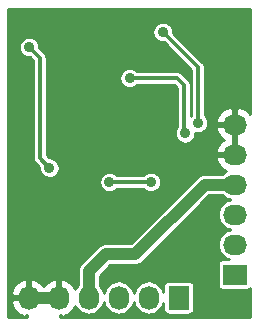
<source format=gbl>
G04 #@! TF.FileFunction,Copper,L2,Bot,Signal*
%FSLAX46Y46*%
G04 Gerber Fmt 4.6, Leading zero omitted, Abs format (unit mm)*
G04 Created by KiCad (PCBNEW (2014-11-21 BZR 5297)-product) date Mo 02 Feb 2015 01:28:56 CET*
%MOMM*%
G01*
G04 APERTURE LIST*
%ADD10C,0.150000*%
%ADD11R,2.032000X1.727200*%
%ADD12O,2.032000X1.727200*%
%ADD13R,1.727200X2.032000*%
%ADD14O,1.727200X2.032000*%
%ADD15C,0.889000*%
%ADD16C,0.300000*%
%ADD17C,0.254000*%
%ADD18C,1.000000*%
%ADD19C,0.500000*%
G04 APERTURE END LIST*
D10*
D11*
X174200000Y-121950000D03*
D12*
X174200000Y-119410000D03*
X174200000Y-116870000D03*
X174200000Y-114330000D03*
X174200000Y-111790000D03*
X174200000Y-109250000D03*
D13*
X169450000Y-123900000D03*
D14*
X166910000Y-123900000D03*
X164370000Y-123900000D03*
X161830000Y-123900000D03*
X159290000Y-123900000D03*
X156750000Y-123900000D03*
D15*
X156500000Y-109500000D03*
X163200000Y-107500000D03*
X156000000Y-103800000D03*
X161900000Y-117900000D03*
X171300000Y-118900000D03*
X158500000Y-112900000D03*
X156800000Y-102700000D03*
X170000000Y-110000000D03*
X165300000Y-105300000D03*
X167100000Y-114100000D03*
X163600000Y-114100000D03*
X171100000Y-109100000D03*
X168100000Y-101400000D03*
D16*
X156750000Y-109750000D02*
X156750000Y-123900000D01*
X156500000Y-109500000D02*
X156750000Y-109750000D01*
D17*
X159400000Y-107500000D02*
X163200000Y-107500000D01*
X159100000Y-107200000D02*
X159400000Y-107500000D01*
X159100000Y-103000000D02*
X159100000Y-107200000D01*
X157800000Y-101700000D02*
X159100000Y-103000000D01*
X156100000Y-101700000D02*
X157800000Y-101700000D01*
X155500000Y-102300000D02*
X156100000Y-101700000D01*
X155500000Y-103300000D02*
X155500000Y-102300000D01*
X156000000Y-103800000D02*
X155500000Y-103300000D01*
X156500000Y-104300000D02*
X156000000Y-103800000D01*
X156500000Y-109500000D02*
X156500000Y-104300000D01*
D16*
X161900000Y-120000000D02*
X159290000Y-122610000D01*
X159290000Y-122610000D02*
X159290000Y-123900000D01*
X161900000Y-117900000D02*
X161900000Y-120000000D01*
D18*
X156750000Y-123900000D02*
X159290000Y-123900000D01*
D16*
X157700000Y-103600000D02*
X156800000Y-102700000D01*
X157700000Y-112100000D02*
X157700000Y-103600000D01*
X158500000Y-112900000D02*
X157700000Y-112100000D01*
X170000000Y-110000000D02*
X169900000Y-109900000D01*
X169900000Y-109900000D02*
X169900000Y-105900000D01*
X169900000Y-105900000D02*
X169300000Y-105300000D01*
X169300000Y-105300000D02*
X165300000Y-105300000D01*
X167100000Y-114100000D02*
X163600000Y-114100000D01*
D17*
X161830000Y-122670000D02*
X161830000Y-123900000D01*
D19*
X161830000Y-122670000D02*
X161830000Y-123900000D01*
X174200000Y-114330000D02*
X173570000Y-114330000D01*
D18*
X171670000Y-114330000D02*
X165800000Y-120200000D01*
X165800000Y-120200000D02*
X163300000Y-120200000D01*
X163300000Y-120200000D02*
X161830000Y-121670000D01*
X161830000Y-121670000D02*
X161830000Y-123900000D01*
X174200000Y-114330000D02*
X171670000Y-114330000D01*
D16*
X171100000Y-109100000D02*
X171100000Y-104400000D01*
D17*
X171100000Y-104400000D02*
X168100000Y-101400000D01*
G36*
X175523000Y-108317800D02*
X175351729Y-108131514D01*
X175114321Y-107958046D01*
X174847633Y-107834227D01*
X174561914Y-107764815D01*
X174327000Y-107909075D01*
X174327000Y-109123000D01*
X174347000Y-109123000D01*
X174347000Y-109377000D01*
X174327000Y-109377000D01*
X174327000Y-110449075D01*
X174327000Y-110590925D01*
X174327000Y-111663000D01*
X174347000Y-111663000D01*
X174347000Y-111917000D01*
X174327000Y-111917000D01*
X174327000Y-111937000D01*
X174073000Y-111937000D01*
X174073000Y-111917000D01*
X174073000Y-111663000D01*
X174073000Y-110590925D01*
X174073000Y-110449075D01*
X174073000Y-109377000D01*
X174073000Y-109123000D01*
X174073000Y-107909075D01*
X173838086Y-107764815D01*
X173552367Y-107834227D01*
X173285679Y-107958046D01*
X173048271Y-108131514D01*
X172849267Y-108347965D01*
X172696314Y-108599081D01*
X172595291Y-108875211D01*
X172592642Y-108890974D01*
X172713783Y-109123000D01*
X174073000Y-109123000D01*
X174073000Y-109377000D01*
X172713783Y-109377000D01*
X172592642Y-109609026D01*
X172595291Y-109624789D01*
X172696314Y-109900919D01*
X172849267Y-110152035D01*
X173048271Y-110368486D01*
X173255632Y-110520000D01*
X173048271Y-110671514D01*
X172849267Y-110887965D01*
X172696314Y-111139081D01*
X172595291Y-111415211D01*
X172592642Y-111430974D01*
X172713783Y-111663000D01*
X174073000Y-111663000D01*
X174073000Y-111917000D01*
X172713783Y-111917000D01*
X172592642Y-112149026D01*
X172595291Y-112164789D01*
X172696314Y-112440919D01*
X172849267Y-112692035D01*
X173048271Y-112908486D01*
X173285679Y-113081954D01*
X173481198Y-113172730D01*
X173326411Y-113255032D01*
X173144983Y-113403000D01*
X171971538Y-113403000D01*
X171971538Y-109014545D01*
X171938341Y-108846890D01*
X171873212Y-108688876D01*
X171778632Y-108546521D01*
X171677000Y-108444176D01*
X171677000Y-104400000D01*
X171666011Y-104287927D01*
X171633463Y-104180122D01*
X171580596Y-104080693D01*
X171509422Y-103993426D01*
X171422654Y-103921645D01*
X171384476Y-103901002D01*
X168969148Y-101485674D01*
X168971538Y-101314545D01*
X168938341Y-101146890D01*
X168873212Y-100988876D01*
X168778632Y-100846521D01*
X168658203Y-100725248D01*
X168516512Y-100629677D01*
X168358957Y-100563446D01*
X168191537Y-100529080D01*
X168020632Y-100527887D01*
X167852749Y-100559912D01*
X167694284Y-100623936D01*
X167551272Y-100717520D01*
X167429162Y-100837100D01*
X167332603Y-100978120D01*
X167265275Y-101135210D01*
X167229741Y-101302385D01*
X167227354Y-101473278D01*
X167258207Y-101641380D01*
X167321123Y-101800288D01*
X167413706Y-101943950D01*
X167532430Y-102066892D01*
X167672773Y-102164433D01*
X167829389Y-102232856D01*
X167996312Y-102269557D01*
X168167184Y-102273136D01*
X168186292Y-102269766D01*
X170523000Y-104606474D01*
X170523000Y-108445206D01*
X170477000Y-108490253D01*
X170477000Y-105900000D01*
X170471799Y-105846957D01*
X170467153Y-105793860D01*
X170466307Y-105790949D01*
X170466011Y-105787927D01*
X170450598Y-105736876D01*
X170435736Y-105685720D01*
X170434340Y-105683026D01*
X170433463Y-105680122D01*
X170408435Y-105633050D01*
X170383913Y-105585743D01*
X170382020Y-105583372D01*
X170380596Y-105580693D01*
X170346913Y-105539394D01*
X170313657Y-105497735D01*
X170309488Y-105493507D01*
X170309422Y-105493426D01*
X170309346Y-105493363D01*
X170308001Y-105491999D01*
X169708001Y-104891999D01*
X169666784Y-104858143D01*
X169625986Y-104823910D01*
X169623330Y-104822449D01*
X169620983Y-104820522D01*
X169573955Y-104795306D01*
X169527304Y-104769659D01*
X169524415Y-104768742D01*
X169521738Y-104767307D01*
X169470692Y-104751700D01*
X169419965Y-104735609D01*
X169416954Y-104735271D01*
X169414049Y-104734383D01*
X169361018Y-104728996D01*
X169308056Y-104723056D01*
X169302119Y-104723014D01*
X169302014Y-104723004D01*
X169301915Y-104723013D01*
X169300000Y-104723000D01*
X165955274Y-104723000D01*
X165858203Y-104625248D01*
X165716512Y-104529677D01*
X165558957Y-104463446D01*
X165391537Y-104429080D01*
X165220632Y-104427887D01*
X165052749Y-104459912D01*
X164894284Y-104523936D01*
X164751272Y-104617520D01*
X164629162Y-104737100D01*
X164532603Y-104878120D01*
X164465275Y-105035210D01*
X164429741Y-105202385D01*
X164427354Y-105373278D01*
X164458207Y-105541380D01*
X164521123Y-105700288D01*
X164613706Y-105843950D01*
X164732430Y-105966892D01*
X164872773Y-106064433D01*
X165029389Y-106132856D01*
X165196312Y-106169557D01*
X165367184Y-106173136D01*
X165535498Y-106143458D01*
X165694841Y-106081653D01*
X165839145Y-105990074D01*
X165957885Y-105877000D01*
X169060998Y-105877000D01*
X169323000Y-106139002D01*
X169323000Y-109446099D01*
X169232603Y-109578120D01*
X169165275Y-109735210D01*
X169129741Y-109902385D01*
X169127354Y-110073278D01*
X169158207Y-110241380D01*
X169221123Y-110400288D01*
X169313706Y-110543950D01*
X169432430Y-110666892D01*
X169572773Y-110764433D01*
X169729389Y-110832856D01*
X169896312Y-110869557D01*
X170067184Y-110873136D01*
X170235498Y-110843458D01*
X170394841Y-110781653D01*
X170539145Y-110690074D01*
X170662913Y-110572212D01*
X170761431Y-110432553D01*
X170830947Y-110276419D01*
X170868812Y-110109756D01*
X170871154Y-109942038D01*
X170996312Y-109969557D01*
X171167184Y-109973136D01*
X171335498Y-109943458D01*
X171494841Y-109881653D01*
X171639145Y-109790074D01*
X171762913Y-109672212D01*
X171861431Y-109532553D01*
X171930947Y-109376419D01*
X171968812Y-109209756D01*
X171971538Y-109014545D01*
X171971538Y-113403000D01*
X171670000Y-113403000D01*
X171584790Y-113411355D01*
X171499477Y-113418819D01*
X171494794Y-113420179D01*
X171489945Y-113420655D01*
X171407972Y-113445403D01*
X171325743Y-113469294D01*
X171321417Y-113471536D01*
X171316748Y-113472946D01*
X171241129Y-113513153D01*
X171165120Y-113552552D01*
X171161309Y-113555593D01*
X171157006Y-113557882D01*
X171090674Y-113611980D01*
X171023728Y-113665423D01*
X171016942Y-113672115D01*
X171016804Y-113672228D01*
X171016698Y-113672356D01*
X171014512Y-113674512D01*
X167971538Y-116717486D01*
X167971538Y-114014545D01*
X167938341Y-113846890D01*
X167873212Y-113688876D01*
X167778632Y-113546521D01*
X167658203Y-113425248D01*
X167516512Y-113329677D01*
X167358957Y-113263446D01*
X167191537Y-113229080D01*
X167020632Y-113227887D01*
X166852749Y-113259912D01*
X166694284Y-113323936D01*
X166551272Y-113417520D01*
X166443560Y-113523000D01*
X164255274Y-113523000D01*
X164158203Y-113425248D01*
X164016512Y-113329677D01*
X163858957Y-113263446D01*
X163691537Y-113229080D01*
X163520632Y-113227887D01*
X163352749Y-113259912D01*
X163194284Y-113323936D01*
X163051272Y-113417520D01*
X162929162Y-113537100D01*
X162832603Y-113678120D01*
X162765275Y-113835210D01*
X162729741Y-114002385D01*
X162727354Y-114173278D01*
X162758207Y-114341380D01*
X162821123Y-114500288D01*
X162913706Y-114643950D01*
X163032430Y-114766892D01*
X163172773Y-114864433D01*
X163329389Y-114932856D01*
X163496312Y-114969557D01*
X163667184Y-114973136D01*
X163835498Y-114943458D01*
X163994841Y-114881653D01*
X164139145Y-114790074D01*
X164257885Y-114677000D01*
X166445622Y-114677000D01*
X166532430Y-114766892D01*
X166672773Y-114864433D01*
X166829389Y-114932856D01*
X166996312Y-114969557D01*
X167167184Y-114973136D01*
X167335498Y-114943458D01*
X167494841Y-114881653D01*
X167639145Y-114790074D01*
X167762913Y-114672212D01*
X167861431Y-114532553D01*
X167930947Y-114376419D01*
X167968812Y-114209756D01*
X167971538Y-114014545D01*
X167971538Y-116717486D01*
X165416024Y-119273000D01*
X163300000Y-119273000D01*
X163214790Y-119281355D01*
X163129477Y-119288819D01*
X163124794Y-119290179D01*
X163119945Y-119290655D01*
X163037985Y-119315399D01*
X162955742Y-119339294D01*
X162951414Y-119341537D01*
X162946748Y-119342946D01*
X162871168Y-119383132D01*
X162795119Y-119422552D01*
X162791306Y-119425595D01*
X162787006Y-119427882D01*
X162720666Y-119481987D01*
X162653728Y-119535424D01*
X162646943Y-119542114D01*
X162646804Y-119542228D01*
X162646696Y-119542357D01*
X162644512Y-119544512D01*
X161174512Y-121014512D01*
X161120159Y-121080682D01*
X161065120Y-121146276D01*
X161062771Y-121150547D01*
X161059678Y-121154314D01*
X161019202Y-121229799D01*
X160977962Y-121304816D01*
X160976489Y-121309458D01*
X160974184Y-121313758D01*
X160949147Y-121395649D01*
X160923257Y-121477266D01*
X160922713Y-121482113D01*
X160921289Y-121486772D01*
X160912641Y-121571901D01*
X160903090Y-121657057D01*
X160903023Y-121666589D01*
X160903006Y-121666764D01*
X160903021Y-121666926D01*
X160903000Y-121670000D01*
X160903000Y-122847138D01*
X160765109Y-123011472D01*
X160672304Y-123180281D01*
X160581954Y-122985679D01*
X160408486Y-122748271D01*
X160192035Y-122549267D01*
X159940919Y-122396314D01*
X159664789Y-122295291D01*
X159649026Y-122292642D01*
X159417000Y-122413783D01*
X159417000Y-123773000D01*
X159437000Y-123773000D01*
X159437000Y-124027000D01*
X159417000Y-124027000D01*
X159417000Y-124047000D01*
X159371538Y-124047000D01*
X159371538Y-112814545D01*
X159338341Y-112646890D01*
X159273212Y-112488876D01*
X159178632Y-112346521D01*
X159058203Y-112225248D01*
X158916512Y-112129677D01*
X158758957Y-112063446D01*
X158591537Y-112029080D01*
X158444052Y-112028050D01*
X158277000Y-111860998D01*
X158277000Y-103600000D01*
X158271799Y-103546957D01*
X158267153Y-103493860D01*
X158266307Y-103490949D01*
X158266011Y-103487927D01*
X158250598Y-103436876D01*
X158235736Y-103385720D01*
X158234340Y-103383026D01*
X158233463Y-103380122D01*
X158208435Y-103333050D01*
X158183913Y-103285743D01*
X158182020Y-103283372D01*
X158180596Y-103280693D01*
X158146913Y-103239394D01*
X158113657Y-103197735D01*
X158109492Y-103193511D01*
X158109422Y-103193426D01*
X158109342Y-103193360D01*
X158108000Y-103191999D01*
X157669596Y-102753594D01*
X157671538Y-102614545D01*
X157638341Y-102446890D01*
X157573212Y-102288876D01*
X157478632Y-102146521D01*
X157358203Y-102025248D01*
X157216512Y-101929677D01*
X157058957Y-101863446D01*
X156891537Y-101829080D01*
X156720632Y-101827887D01*
X156552749Y-101859912D01*
X156394284Y-101923936D01*
X156251272Y-102017520D01*
X156129162Y-102137100D01*
X156032603Y-102278120D01*
X155965275Y-102435210D01*
X155929741Y-102602385D01*
X155927354Y-102773278D01*
X155958207Y-102941380D01*
X156021123Y-103100288D01*
X156113706Y-103243950D01*
X156232430Y-103366892D01*
X156372773Y-103464433D01*
X156529389Y-103532856D01*
X156696312Y-103569557D01*
X156856919Y-103572921D01*
X157123000Y-103839001D01*
X157123000Y-112100000D01*
X157128200Y-112153042D01*
X157132847Y-112206140D01*
X157133692Y-112209050D01*
X157133989Y-112212073D01*
X157149401Y-112263123D01*
X157164264Y-112314280D01*
X157165659Y-112316973D01*
X157166537Y-112319878D01*
X157191564Y-112366949D01*
X157216087Y-112414257D01*
X157217979Y-112416627D01*
X157219404Y-112419307D01*
X157253086Y-112460605D01*
X157286343Y-112502265D01*
X157290511Y-112506492D01*
X157290578Y-112506574D01*
X157290653Y-112506636D01*
X157291999Y-112508001D01*
X157629143Y-112845145D01*
X157627354Y-112973278D01*
X157658207Y-113141380D01*
X157721123Y-113300288D01*
X157813706Y-113443950D01*
X157932430Y-113566892D01*
X158072773Y-113664433D01*
X158229389Y-113732856D01*
X158396312Y-113769557D01*
X158567184Y-113773136D01*
X158735498Y-113743458D01*
X158894841Y-113681653D01*
X159039145Y-113590074D01*
X159162913Y-113472212D01*
X159261431Y-113332553D01*
X159330947Y-113176419D01*
X159368812Y-113009756D01*
X159371538Y-112814545D01*
X159371538Y-124047000D01*
X159163000Y-124047000D01*
X159163000Y-124027000D01*
X159163000Y-123773000D01*
X159163000Y-122413783D01*
X158930974Y-122292642D01*
X158915211Y-122295291D01*
X158639081Y-122396314D01*
X158387965Y-122549267D01*
X158171514Y-122748271D01*
X158020000Y-122955632D01*
X157868486Y-122748271D01*
X157652035Y-122549267D01*
X157400919Y-122396314D01*
X157124789Y-122295291D01*
X157109026Y-122292642D01*
X156877000Y-122413783D01*
X156877000Y-123773000D01*
X157949075Y-123773000D01*
X158090925Y-123773000D01*
X159163000Y-123773000D01*
X159163000Y-124027000D01*
X158090925Y-124027000D01*
X157949075Y-124027000D01*
X156877000Y-124027000D01*
X156877000Y-124047000D01*
X156623000Y-124047000D01*
X156623000Y-124027000D01*
X156623000Y-123773000D01*
X156623000Y-122413783D01*
X156390974Y-122292642D01*
X156375211Y-122295291D01*
X156099081Y-122396314D01*
X155847965Y-122549267D01*
X155631514Y-122748271D01*
X155458046Y-122985679D01*
X155334227Y-123252367D01*
X155264815Y-123538086D01*
X155409075Y-123773000D01*
X156623000Y-123773000D01*
X156623000Y-124027000D01*
X155409075Y-124027000D01*
X155264815Y-124261914D01*
X155334227Y-124547633D01*
X155458046Y-124814321D01*
X155631514Y-125051729D01*
X155847965Y-125250733D01*
X156099081Y-125403686D01*
X156375211Y-125504709D01*
X156390974Y-125507358D01*
X156622998Y-125386218D01*
X156622998Y-125523000D01*
X155000000Y-125523000D01*
X154977000Y-125523000D01*
X154977000Y-99477000D01*
X155000000Y-99477000D01*
X175523000Y-99477000D01*
X175523000Y-108317800D01*
X175523000Y-108317800D01*
G37*
X175523000Y-108317800D02*
X175351729Y-108131514D01*
X175114321Y-107958046D01*
X174847633Y-107834227D01*
X174561914Y-107764815D01*
X174327000Y-107909075D01*
X174327000Y-109123000D01*
X174347000Y-109123000D01*
X174347000Y-109377000D01*
X174327000Y-109377000D01*
X174327000Y-110449075D01*
X174327000Y-110590925D01*
X174327000Y-111663000D01*
X174347000Y-111663000D01*
X174347000Y-111917000D01*
X174327000Y-111917000D01*
X174327000Y-111937000D01*
X174073000Y-111937000D01*
X174073000Y-111917000D01*
X174073000Y-111663000D01*
X174073000Y-110590925D01*
X174073000Y-110449075D01*
X174073000Y-109377000D01*
X174073000Y-109123000D01*
X174073000Y-107909075D01*
X173838086Y-107764815D01*
X173552367Y-107834227D01*
X173285679Y-107958046D01*
X173048271Y-108131514D01*
X172849267Y-108347965D01*
X172696314Y-108599081D01*
X172595291Y-108875211D01*
X172592642Y-108890974D01*
X172713783Y-109123000D01*
X174073000Y-109123000D01*
X174073000Y-109377000D01*
X172713783Y-109377000D01*
X172592642Y-109609026D01*
X172595291Y-109624789D01*
X172696314Y-109900919D01*
X172849267Y-110152035D01*
X173048271Y-110368486D01*
X173255632Y-110520000D01*
X173048271Y-110671514D01*
X172849267Y-110887965D01*
X172696314Y-111139081D01*
X172595291Y-111415211D01*
X172592642Y-111430974D01*
X172713783Y-111663000D01*
X174073000Y-111663000D01*
X174073000Y-111917000D01*
X172713783Y-111917000D01*
X172592642Y-112149026D01*
X172595291Y-112164789D01*
X172696314Y-112440919D01*
X172849267Y-112692035D01*
X173048271Y-112908486D01*
X173285679Y-113081954D01*
X173481198Y-113172730D01*
X173326411Y-113255032D01*
X173144983Y-113403000D01*
X171971538Y-113403000D01*
X171971538Y-109014545D01*
X171938341Y-108846890D01*
X171873212Y-108688876D01*
X171778632Y-108546521D01*
X171677000Y-108444176D01*
X171677000Y-104400000D01*
X171666011Y-104287927D01*
X171633463Y-104180122D01*
X171580596Y-104080693D01*
X171509422Y-103993426D01*
X171422654Y-103921645D01*
X171384476Y-103901002D01*
X168969148Y-101485674D01*
X168971538Y-101314545D01*
X168938341Y-101146890D01*
X168873212Y-100988876D01*
X168778632Y-100846521D01*
X168658203Y-100725248D01*
X168516512Y-100629677D01*
X168358957Y-100563446D01*
X168191537Y-100529080D01*
X168020632Y-100527887D01*
X167852749Y-100559912D01*
X167694284Y-100623936D01*
X167551272Y-100717520D01*
X167429162Y-100837100D01*
X167332603Y-100978120D01*
X167265275Y-101135210D01*
X167229741Y-101302385D01*
X167227354Y-101473278D01*
X167258207Y-101641380D01*
X167321123Y-101800288D01*
X167413706Y-101943950D01*
X167532430Y-102066892D01*
X167672773Y-102164433D01*
X167829389Y-102232856D01*
X167996312Y-102269557D01*
X168167184Y-102273136D01*
X168186292Y-102269766D01*
X170523000Y-104606474D01*
X170523000Y-108445206D01*
X170477000Y-108490253D01*
X170477000Y-105900000D01*
X170471799Y-105846957D01*
X170467153Y-105793860D01*
X170466307Y-105790949D01*
X170466011Y-105787927D01*
X170450598Y-105736876D01*
X170435736Y-105685720D01*
X170434340Y-105683026D01*
X170433463Y-105680122D01*
X170408435Y-105633050D01*
X170383913Y-105585743D01*
X170382020Y-105583372D01*
X170380596Y-105580693D01*
X170346913Y-105539394D01*
X170313657Y-105497735D01*
X170309488Y-105493507D01*
X170309422Y-105493426D01*
X170309346Y-105493363D01*
X170308001Y-105491999D01*
X169708001Y-104891999D01*
X169666784Y-104858143D01*
X169625986Y-104823910D01*
X169623330Y-104822449D01*
X169620983Y-104820522D01*
X169573955Y-104795306D01*
X169527304Y-104769659D01*
X169524415Y-104768742D01*
X169521738Y-104767307D01*
X169470692Y-104751700D01*
X169419965Y-104735609D01*
X169416954Y-104735271D01*
X169414049Y-104734383D01*
X169361018Y-104728996D01*
X169308056Y-104723056D01*
X169302119Y-104723014D01*
X169302014Y-104723004D01*
X169301915Y-104723013D01*
X169300000Y-104723000D01*
X165955274Y-104723000D01*
X165858203Y-104625248D01*
X165716512Y-104529677D01*
X165558957Y-104463446D01*
X165391537Y-104429080D01*
X165220632Y-104427887D01*
X165052749Y-104459912D01*
X164894284Y-104523936D01*
X164751272Y-104617520D01*
X164629162Y-104737100D01*
X164532603Y-104878120D01*
X164465275Y-105035210D01*
X164429741Y-105202385D01*
X164427354Y-105373278D01*
X164458207Y-105541380D01*
X164521123Y-105700288D01*
X164613706Y-105843950D01*
X164732430Y-105966892D01*
X164872773Y-106064433D01*
X165029389Y-106132856D01*
X165196312Y-106169557D01*
X165367184Y-106173136D01*
X165535498Y-106143458D01*
X165694841Y-106081653D01*
X165839145Y-105990074D01*
X165957885Y-105877000D01*
X169060998Y-105877000D01*
X169323000Y-106139002D01*
X169323000Y-109446099D01*
X169232603Y-109578120D01*
X169165275Y-109735210D01*
X169129741Y-109902385D01*
X169127354Y-110073278D01*
X169158207Y-110241380D01*
X169221123Y-110400288D01*
X169313706Y-110543950D01*
X169432430Y-110666892D01*
X169572773Y-110764433D01*
X169729389Y-110832856D01*
X169896312Y-110869557D01*
X170067184Y-110873136D01*
X170235498Y-110843458D01*
X170394841Y-110781653D01*
X170539145Y-110690074D01*
X170662913Y-110572212D01*
X170761431Y-110432553D01*
X170830947Y-110276419D01*
X170868812Y-110109756D01*
X170871154Y-109942038D01*
X170996312Y-109969557D01*
X171167184Y-109973136D01*
X171335498Y-109943458D01*
X171494841Y-109881653D01*
X171639145Y-109790074D01*
X171762913Y-109672212D01*
X171861431Y-109532553D01*
X171930947Y-109376419D01*
X171968812Y-109209756D01*
X171971538Y-109014545D01*
X171971538Y-113403000D01*
X171670000Y-113403000D01*
X171584790Y-113411355D01*
X171499477Y-113418819D01*
X171494794Y-113420179D01*
X171489945Y-113420655D01*
X171407972Y-113445403D01*
X171325743Y-113469294D01*
X171321417Y-113471536D01*
X171316748Y-113472946D01*
X171241129Y-113513153D01*
X171165120Y-113552552D01*
X171161309Y-113555593D01*
X171157006Y-113557882D01*
X171090674Y-113611980D01*
X171023728Y-113665423D01*
X171016942Y-113672115D01*
X171016804Y-113672228D01*
X171016698Y-113672356D01*
X171014512Y-113674512D01*
X167971538Y-116717486D01*
X167971538Y-114014545D01*
X167938341Y-113846890D01*
X167873212Y-113688876D01*
X167778632Y-113546521D01*
X167658203Y-113425248D01*
X167516512Y-113329677D01*
X167358957Y-113263446D01*
X167191537Y-113229080D01*
X167020632Y-113227887D01*
X166852749Y-113259912D01*
X166694284Y-113323936D01*
X166551272Y-113417520D01*
X166443560Y-113523000D01*
X164255274Y-113523000D01*
X164158203Y-113425248D01*
X164016512Y-113329677D01*
X163858957Y-113263446D01*
X163691537Y-113229080D01*
X163520632Y-113227887D01*
X163352749Y-113259912D01*
X163194284Y-113323936D01*
X163051272Y-113417520D01*
X162929162Y-113537100D01*
X162832603Y-113678120D01*
X162765275Y-113835210D01*
X162729741Y-114002385D01*
X162727354Y-114173278D01*
X162758207Y-114341380D01*
X162821123Y-114500288D01*
X162913706Y-114643950D01*
X163032430Y-114766892D01*
X163172773Y-114864433D01*
X163329389Y-114932856D01*
X163496312Y-114969557D01*
X163667184Y-114973136D01*
X163835498Y-114943458D01*
X163994841Y-114881653D01*
X164139145Y-114790074D01*
X164257885Y-114677000D01*
X166445622Y-114677000D01*
X166532430Y-114766892D01*
X166672773Y-114864433D01*
X166829389Y-114932856D01*
X166996312Y-114969557D01*
X167167184Y-114973136D01*
X167335498Y-114943458D01*
X167494841Y-114881653D01*
X167639145Y-114790074D01*
X167762913Y-114672212D01*
X167861431Y-114532553D01*
X167930947Y-114376419D01*
X167968812Y-114209756D01*
X167971538Y-114014545D01*
X167971538Y-116717486D01*
X165416024Y-119273000D01*
X163300000Y-119273000D01*
X163214790Y-119281355D01*
X163129477Y-119288819D01*
X163124794Y-119290179D01*
X163119945Y-119290655D01*
X163037985Y-119315399D01*
X162955742Y-119339294D01*
X162951414Y-119341537D01*
X162946748Y-119342946D01*
X162871168Y-119383132D01*
X162795119Y-119422552D01*
X162791306Y-119425595D01*
X162787006Y-119427882D01*
X162720666Y-119481987D01*
X162653728Y-119535424D01*
X162646943Y-119542114D01*
X162646804Y-119542228D01*
X162646696Y-119542357D01*
X162644512Y-119544512D01*
X161174512Y-121014512D01*
X161120159Y-121080682D01*
X161065120Y-121146276D01*
X161062771Y-121150547D01*
X161059678Y-121154314D01*
X161019202Y-121229799D01*
X160977962Y-121304816D01*
X160976489Y-121309458D01*
X160974184Y-121313758D01*
X160949147Y-121395649D01*
X160923257Y-121477266D01*
X160922713Y-121482113D01*
X160921289Y-121486772D01*
X160912641Y-121571901D01*
X160903090Y-121657057D01*
X160903023Y-121666589D01*
X160903006Y-121666764D01*
X160903021Y-121666926D01*
X160903000Y-121670000D01*
X160903000Y-122847138D01*
X160765109Y-123011472D01*
X160672304Y-123180281D01*
X160581954Y-122985679D01*
X160408486Y-122748271D01*
X160192035Y-122549267D01*
X159940919Y-122396314D01*
X159664789Y-122295291D01*
X159649026Y-122292642D01*
X159417000Y-122413783D01*
X159417000Y-123773000D01*
X159437000Y-123773000D01*
X159437000Y-124027000D01*
X159417000Y-124027000D01*
X159417000Y-124047000D01*
X159371538Y-124047000D01*
X159371538Y-112814545D01*
X159338341Y-112646890D01*
X159273212Y-112488876D01*
X159178632Y-112346521D01*
X159058203Y-112225248D01*
X158916512Y-112129677D01*
X158758957Y-112063446D01*
X158591537Y-112029080D01*
X158444052Y-112028050D01*
X158277000Y-111860998D01*
X158277000Y-103600000D01*
X158271799Y-103546957D01*
X158267153Y-103493860D01*
X158266307Y-103490949D01*
X158266011Y-103487927D01*
X158250598Y-103436876D01*
X158235736Y-103385720D01*
X158234340Y-103383026D01*
X158233463Y-103380122D01*
X158208435Y-103333050D01*
X158183913Y-103285743D01*
X158182020Y-103283372D01*
X158180596Y-103280693D01*
X158146913Y-103239394D01*
X158113657Y-103197735D01*
X158109492Y-103193511D01*
X158109422Y-103193426D01*
X158109342Y-103193360D01*
X158108000Y-103191999D01*
X157669596Y-102753594D01*
X157671538Y-102614545D01*
X157638341Y-102446890D01*
X157573212Y-102288876D01*
X157478632Y-102146521D01*
X157358203Y-102025248D01*
X157216512Y-101929677D01*
X157058957Y-101863446D01*
X156891537Y-101829080D01*
X156720632Y-101827887D01*
X156552749Y-101859912D01*
X156394284Y-101923936D01*
X156251272Y-102017520D01*
X156129162Y-102137100D01*
X156032603Y-102278120D01*
X155965275Y-102435210D01*
X155929741Y-102602385D01*
X155927354Y-102773278D01*
X155958207Y-102941380D01*
X156021123Y-103100288D01*
X156113706Y-103243950D01*
X156232430Y-103366892D01*
X156372773Y-103464433D01*
X156529389Y-103532856D01*
X156696312Y-103569557D01*
X156856919Y-103572921D01*
X157123000Y-103839001D01*
X157123000Y-112100000D01*
X157128200Y-112153042D01*
X157132847Y-112206140D01*
X157133692Y-112209050D01*
X157133989Y-112212073D01*
X157149401Y-112263123D01*
X157164264Y-112314280D01*
X157165659Y-112316973D01*
X157166537Y-112319878D01*
X157191564Y-112366949D01*
X157216087Y-112414257D01*
X157217979Y-112416627D01*
X157219404Y-112419307D01*
X157253086Y-112460605D01*
X157286343Y-112502265D01*
X157290511Y-112506492D01*
X157290578Y-112506574D01*
X157290653Y-112506636D01*
X157291999Y-112508001D01*
X157629143Y-112845145D01*
X157627354Y-112973278D01*
X157658207Y-113141380D01*
X157721123Y-113300288D01*
X157813706Y-113443950D01*
X157932430Y-113566892D01*
X158072773Y-113664433D01*
X158229389Y-113732856D01*
X158396312Y-113769557D01*
X158567184Y-113773136D01*
X158735498Y-113743458D01*
X158894841Y-113681653D01*
X159039145Y-113590074D01*
X159162913Y-113472212D01*
X159261431Y-113332553D01*
X159330947Y-113176419D01*
X159368812Y-113009756D01*
X159371538Y-112814545D01*
X159371538Y-124047000D01*
X159163000Y-124047000D01*
X159163000Y-124027000D01*
X159163000Y-123773000D01*
X159163000Y-122413783D01*
X158930974Y-122292642D01*
X158915211Y-122295291D01*
X158639081Y-122396314D01*
X158387965Y-122549267D01*
X158171514Y-122748271D01*
X158020000Y-122955632D01*
X157868486Y-122748271D01*
X157652035Y-122549267D01*
X157400919Y-122396314D01*
X157124789Y-122295291D01*
X157109026Y-122292642D01*
X156877000Y-122413783D01*
X156877000Y-123773000D01*
X157949075Y-123773000D01*
X158090925Y-123773000D01*
X159163000Y-123773000D01*
X159163000Y-124027000D01*
X158090925Y-124027000D01*
X157949075Y-124027000D01*
X156877000Y-124027000D01*
X156877000Y-124047000D01*
X156623000Y-124047000D01*
X156623000Y-124027000D01*
X156623000Y-123773000D01*
X156623000Y-122413783D01*
X156390974Y-122292642D01*
X156375211Y-122295291D01*
X156099081Y-122396314D01*
X155847965Y-122549267D01*
X155631514Y-122748271D01*
X155458046Y-122985679D01*
X155334227Y-123252367D01*
X155264815Y-123538086D01*
X155409075Y-123773000D01*
X156623000Y-123773000D01*
X156623000Y-124027000D01*
X155409075Y-124027000D01*
X155264815Y-124261914D01*
X155334227Y-124547633D01*
X155458046Y-124814321D01*
X155631514Y-125051729D01*
X155847965Y-125250733D01*
X156099081Y-125403686D01*
X156375211Y-125504709D01*
X156390974Y-125507358D01*
X156622998Y-125386218D01*
X156622998Y-125523000D01*
X155000000Y-125523000D01*
X154977000Y-125523000D01*
X154977000Y-99477000D01*
X155000000Y-99477000D01*
X175523000Y-99477000D01*
X175523000Y-108317800D01*
G36*
X175523000Y-125523000D02*
X159417002Y-125523000D01*
X159417002Y-125386218D01*
X159649026Y-125507358D01*
X159664789Y-125504709D01*
X159940919Y-125403686D01*
X160192035Y-125250733D01*
X160408486Y-125051729D01*
X160581954Y-124814321D01*
X160672730Y-124618801D01*
X160755032Y-124773589D01*
X160914228Y-124968783D01*
X161108306Y-125129338D01*
X161329872Y-125249139D01*
X161570489Y-125323622D01*
X161820990Y-125349951D01*
X162071834Y-125327122D01*
X162313467Y-125256005D01*
X162536685Y-125139310D01*
X162732986Y-124981480D01*
X162894891Y-124788528D01*
X163016236Y-124567803D01*
X163092397Y-124327713D01*
X163099500Y-124264384D01*
X163103979Y-124310061D01*
X163176781Y-124551191D01*
X163295032Y-124773589D01*
X163454228Y-124968783D01*
X163648306Y-125129338D01*
X163869872Y-125249139D01*
X164110489Y-125323622D01*
X164360990Y-125349951D01*
X164611834Y-125327122D01*
X164853467Y-125256005D01*
X165076685Y-125139310D01*
X165272986Y-124981480D01*
X165434891Y-124788528D01*
X165556236Y-124567803D01*
X165632397Y-124327713D01*
X165639500Y-124264384D01*
X165643979Y-124310061D01*
X165716781Y-124551191D01*
X165835032Y-124773589D01*
X165994228Y-124968783D01*
X166188306Y-125129338D01*
X166409872Y-125249139D01*
X166650489Y-125323622D01*
X166900990Y-125349951D01*
X167151834Y-125327122D01*
X167393467Y-125256005D01*
X167616685Y-125139310D01*
X167812986Y-124981480D01*
X167974891Y-124788528D01*
X168096236Y-124567803D01*
X168159400Y-124368684D01*
X168159400Y-124958056D01*
X168175809Y-125040551D01*
X168207998Y-125118261D01*
X168254728Y-125188197D01*
X168314203Y-125247673D01*
X168384140Y-125294403D01*
X168461849Y-125326591D01*
X168544344Y-125343000D01*
X168628456Y-125343000D01*
X170355656Y-125343000D01*
X170438151Y-125326591D01*
X170515861Y-125294402D01*
X170585797Y-125247672D01*
X170645273Y-125188197D01*
X170692003Y-125118260D01*
X170724191Y-125040551D01*
X170740600Y-124958056D01*
X170740600Y-124873944D01*
X170740600Y-122841944D01*
X170724191Y-122759449D01*
X170692002Y-122681739D01*
X170645272Y-122611803D01*
X170585797Y-122552327D01*
X170515860Y-122505597D01*
X170438151Y-122473409D01*
X170355656Y-122457000D01*
X170271544Y-122457000D01*
X168544344Y-122457000D01*
X168461849Y-122473409D01*
X168384139Y-122505598D01*
X168314203Y-122552328D01*
X168254727Y-122611803D01*
X168207997Y-122681740D01*
X168175809Y-122759449D01*
X168159400Y-122841944D01*
X168159400Y-122926056D01*
X168159400Y-123434888D01*
X168103219Y-123248809D01*
X167984968Y-123026411D01*
X167825772Y-122831217D01*
X167631694Y-122670662D01*
X167410128Y-122550861D01*
X167169511Y-122476378D01*
X166919010Y-122450049D01*
X166668166Y-122472878D01*
X166426533Y-122543995D01*
X166203315Y-122660690D01*
X166007014Y-122818520D01*
X165845109Y-123011472D01*
X165723764Y-123232197D01*
X165647603Y-123472287D01*
X165640499Y-123535615D01*
X165636021Y-123489939D01*
X165563219Y-123248809D01*
X165444968Y-123026411D01*
X165285772Y-122831217D01*
X165091694Y-122670662D01*
X164870128Y-122550861D01*
X164629511Y-122476378D01*
X164379010Y-122450049D01*
X164128166Y-122472878D01*
X163886533Y-122543995D01*
X163663315Y-122660690D01*
X163467014Y-122818520D01*
X163305109Y-123011472D01*
X163183764Y-123232197D01*
X163107603Y-123472287D01*
X163100499Y-123535615D01*
X163096021Y-123489939D01*
X163023219Y-123248809D01*
X162904968Y-123026411D01*
X162757000Y-122844983D01*
X162757000Y-122053976D01*
X163683976Y-121127000D01*
X165800000Y-121127000D01*
X165885209Y-121118644D01*
X165970523Y-121111181D01*
X165975205Y-121109820D01*
X165980055Y-121109345D01*
X166062014Y-121084600D01*
X166144258Y-121060706D01*
X166148585Y-121058462D01*
X166153252Y-121057054D01*
X166228831Y-121016867D01*
X166304881Y-120977448D01*
X166308693Y-120974404D01*
X166312994Y-120972118D01*
X166379333Y-120918012D01*
X166446272Y-120864576D01*
X166453056Y-120857885D01*
X166453196Y-120857772D01*
X166453303Y-120857642D01*
X166455488Y-120855488D01*
X172053976Y-115257000D01*
X173147138Y-115257000D01*
X173311472Y-115394891D01*
X173532197Y-115516236D01*
X173772287Y-115592397D01*
X173835615Y-115599500D01*
X173789939Y-115603979D01*
X173548809Y-115676781D01*
X173326411Y-115795032D01*
X173131217Y-115954228D01*
X172970662Y-116148306D01*
X172850861Y-116369872D01*
X172776378Y-116610489D01*
X172750049Y-116860990D01*
X172772878Y-117111834D01*
X172843995Y-117353467D01*
X172960690Y-117576685D01*
X173118520Y-117772986D01*
X173311472Y-117934891D01*
X173532197Y-118056236D01*
X173772287Y-118132397D01*
X173835615Y-118139500D01*
X173789939Y-118143979D01*
X173548809Y-118216781D01*
X173326411Y-118335032D01*
X173131217Y-118494228D01*
X172970662Y-118688306D01*
X172850861Y-118909872D01*
X172776378Y-119150489D01*
X172750049Y-119400990D01*
X172772878Y-119651834D01*
X172843995Y-119893467D01*
X172960690Y-120116685D01*
X173118520Y-120312986D01*
X173311472Y-120474891D01*
X173532197Y-120596236D01*
X173731315Y-120659400D01*
X173141944Y-120659400D01*
X173059449Y-120675809D01*
X172981739Y-120707998D01*
X172911803Y-120754728D01*
X172852327Y-120814203D01*
X172805597Y-120884140D01*
X172773409Y-120961849D01*
X172757000Y-121044344D01*
X172757000Y-121128456D01*
X172757000Y-122855656D01*
X172773409Y-122938151D01*
X172805598Y-123015861D01*
X172852328Y-123085797D01*
X172911803Y-123145273D01*
X172981740Y-123192003D01*
X173059449Y-123224191D01*
X173141944Y-123240600D01*
X173226056Y-123240600D01*
X175258056Y-123240600D01*
X175340551Y-123224191D01*
X175418261Y-123192002D01*
X175488197Y-123145272D01*
X175523000Y-123110469D01*
X175523000Y-125523000D01*
X175523000Y-125523000D01*
G37*
X175523000Y-125523000D02*
X159417002Y-125523000D01*
X159417002Y-125386218D01*
X159649026Y-125507358D01*
X159664789Y-125504709D01*
X159940919Y-125403686D01*
X160192035Y-125250733D01*
X160408486Y-125051729D01*
X160581954Y-124814321D01*
X160672730Y-124618801D01*
X160755032Y-124773589D01*
X160914228Y-124968783D01*
X161108306Y-125129338D01*
X161329872Y-125249139D01*
X161570489Y-125323622D01*
X161820990Y-125349951D01*
X162071834Y-125327122D01*
X162313467Y-125256005D01*
X162536685Y-125139310D01*
X162732986Y-124981480D01*
X162894891Y-124788528D01*
X163016236Y-124567803D01*
X163092397Y-124327713D01*
X163099500Y-124264384D01*
X163103979Y-124310061D01*
X163176781Y-124551191D01*
X163295032Y-124773589D01*
X163454228Y-124968783D01*
X163648306Y-125129338D01*
X163869872Y-125249139D01*
X164110489Y-125323622D01*
X164360990Y-125349951D01*
X164611834Y-125327122D01*
X164853467Y-125256005D01*
X165076685Y-125139310D01*
X165272986Y-124981480D01*
X165434891Y-124788528D01*
X165556236Y-124567803D01*
X165632397Y-124327713D01*
X165639500Y-124264384D01*
X165643979Y-124310061D01*
X165716781Y-124551191D01*
X165835032Y-124773589D01*
X165994228Y-124968783D01*
X166188306Y-125129338D01*
X166409872Y-125249139D01*
X166650489Y-125323622D01*
X166900990Y-125349951D01*
X167151834Y-125327122D01*
X167393467Y-125256005D01*
X167616685Y-125139310D01*
X167812986Y-124981480D01*
X167974891Y-124788528D01*
X168096236Y-124567803D01*
X168159400Y-124368684D01*
X168159400Y-124958056D01*
X168175809Y-125040551D01*
X168207998Y-125118261D01*
X168254728Y-125188197D01*
X168314203Y-125247673D01*
X168384140Y-125294403D01*
X168461849Y-125326591D01*
X168544344Y-125343000D01*
X168628456Y-125343000D01*
X170355656Y-125343000D01*
X170438151Y-125326591D01*
X170515861Y-125294402D01*
X170585797Y-125247672D01*
X170645273Y-125188197D01*
X170692003Y-125118260D01*
X170724191Y-125040551D01*
X170740600Y-124958056D01*
X170740600Y-124873944D01*
X170740600Y-122841944D01*
X170724191Y-122759449D01*
X170692002Y-122681739D01*
X170645272Y-122611803D01*
X170585797Y-122552327D01*
X170515860Y-122505597D01*
X170438151Y-122473409D01*
X170355656Y-122457000D01*
X170271544Y-122457000D01*
X168544344Y-122457000D01*
X168461849Y-122473409D01*
X168384139Y-122505598D01*
X168314203Y-122552328D01*
X168254727Y-122611803D01*
X168207997Y-122681740D01*
X168175809Y-122759449D01*
X168159400Y-122841944D01*
X168159400Y-122926056D01*
X168159400Y-123434888D01*
X168103219Y-123248809D01*
X167984968Y-123026411D01*
X167825772Y-122831217D01*
X167631694Y-122670662D01*
X167410128Y-122550861D01*
X167169511Y-122476378D01*
X166919010Y-122450049D01*
X166668166Y-122472878D01*
X166426533Y-122543995D01*
X166203315Y-122660690D01*
X166007014Y-122818520D01*
X165845109Y-123011472D01*
X165723764Y-123232197D01*
X165647603Y-123472287D01*
X165640499Y-123535615D01*
X165636021Y-123489939D01*
X165563219Y-123248809D01*
X165444968Y-123026411D01*
X165285772Y-122831217D01*
X165091694Y-122670662D01*
X164870128Y-122550861D01*
X164629511Y-122476378D01*
X164379010Y-122450049D01*
X164128166Y-122472878D01*
X163886533Y-122543995D01*
X163663315Y-122660690D01*
X163467014Y-122818520D01*
X163305109Y-123011472D01*
X163183764Y-123232197D01*
X163107603Y-123472287D01*
X163100499Y-123535615D01*
X163096021Y-123489939D01*
X163023219Y-123248809D01*
X162904968Y-123026411D01*
X162757000Y-122844983D01*
X162757000Y-122053976D01*
X163683976Y-121127000D01*
X165800000Y-121127000D01*
X165885209Y-121118644D01*
X165970523Y-121111181D01*
X165975205Y-121109820D01*
X165980055Y-121109345D01*
X166062014Y-121084600D01*
X166144258Y-121060706D01*
X166148585Y-121058462D01*
X166153252Y-121057054D01*
X166228831Y-121016867D01*
X166304881Y-120977448D01*
X166308693Y-120974404D01*
X166312994Y-120972118D01*
X166379333Y-120918012D01*
X166446272Y-120864576D01*
X166453056Y-120857885D01*
X166453196Y-120857772D01*
X166453303Y-120857642D01*
X166455488Y-120855488D01*
X172053976Y-115257000D01*
X173147138Y-115257000D01*
X173311472Y-115394891D01*
X173532197Y-115516236D01*
X173772287Y-115592397D01*
X173835615Y-115599500D01*
X173789939Y-115603979D01*
X173548809Y-115676781D01*
X173326411Y-115795032D01*
X173131217Y-115954228D01*
X172970662Y-116148306D01*
X172850861Y-116369872D01*
X172776378Y-116610489D01*
X172750049Y-116860990D01*
X172772878Y-117111834D01*
X172843995Y-117353467D01*
X172960690Y-117576685D01*
X173118520Y-117772986D01*
X173311472Y-117934891D01*
X173532197Y-118056236D01*
X173772287Y-118132397D01*
X173835615Y-118139500D01*
X173789939Y-118143979D01*
X173548809Y-118216781D01*
X173326411Y-118335032D01*
X173131217Y-118494228D01*
X172970662Y-118688306D01*
X172850861Y-118909872D01*
X172776378Y-119150489D01*
X172750049Y-119400990D01*
X172772878Y-119651834D01*
X172843995Y-119893467D01*
X172960690Y-120116685D01*
X173118520Y-120312986D01*
X173311472Y-120474891D01*
X173532197Y-120596236D01*
X173731315Y-120659400D01*
X173141944Y-120659400D01*
X173059449Y-120675809D01*
X172981739Y-120707998D01*
X172911803Y-120754728D01*
X172852327Y-120814203D01*
X172805597Y-120884140D01*
X172773409Y-120961849D01*
X172757000Y-121044344D01*
X172757000Y-121128456D01*
X172757000Y-122855656D01*
X172773409Y-122938151D01*
X172805598Y-123015861D01*
X172852328Y-123085797D01*
X172911803Y-123145273D01*
X172981740Y-123192003D01*
X173059449Y-123224191D01*
X173141944Y-123240600D01*
X173226056Y-123240600D01*
X175258056Y-123240600D01*
X175340551Y-123224191D01*
X175418261Y-123192002D01*
X175488197Y-123145272D01*
X175523000Y-123110469D01*
X175523000Y-125523000D01*
M02*

</source>
